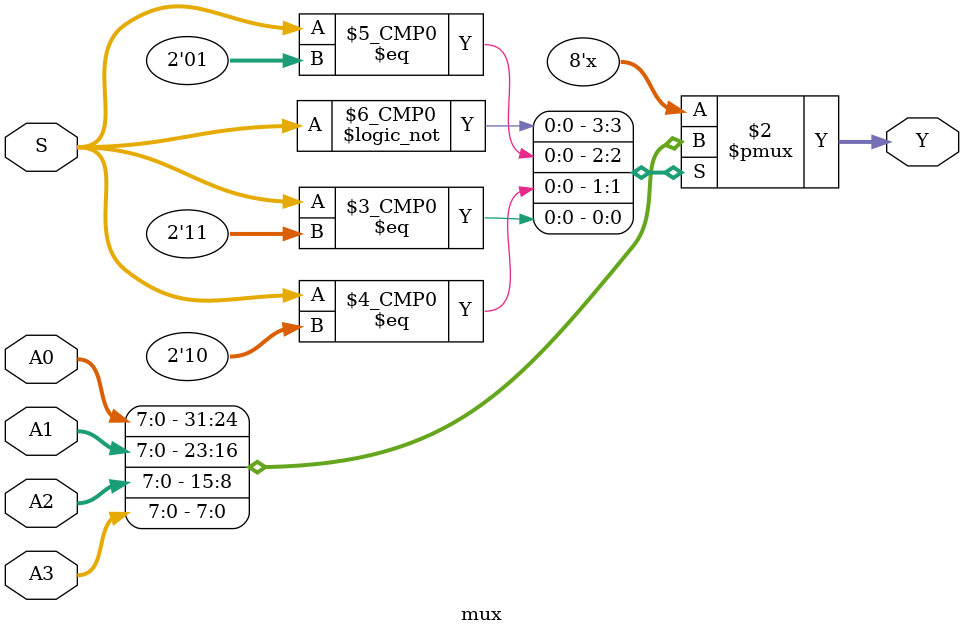
<source format=v>
`timescale 1ns / 1ps
module mux(Y,A0,A1,A2,A3,S);
	output [7:0]Y;
	input [1:0]S;
	input [7:0]A0;
	input [7:0]A1;
	input [7:0]A2;
	input [7:0]A3;
	reg [7:0]Y;
	
	//Whenever {S1,S0} = 2'b00, the output Y = A0; if {S1,S0} = 2'b01, then Y = A1 and so on.
	
	always @(S or A0 or A1 or A2 or A3) 
	case(S)
		2'b00: Y = A0;
		2'b01: Y = A1;
		2'b10: Y = A2;
		2'b11: Y = A3;
	endcase
endmodule

</source>
